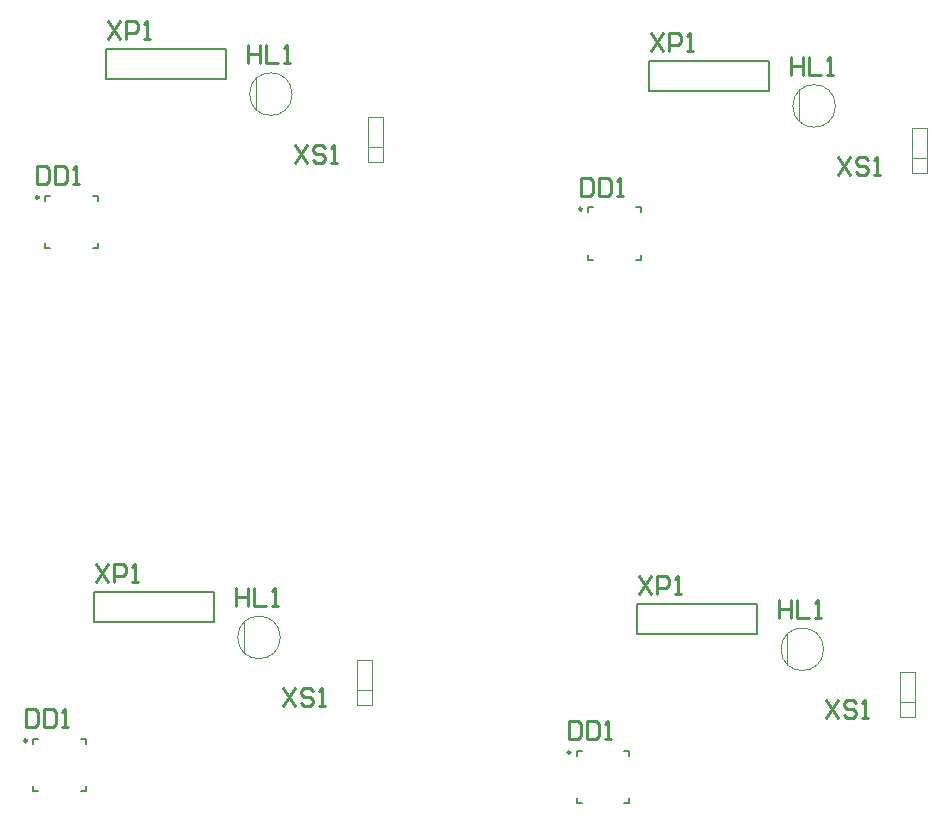
<source format=gto>
G04*
G04 #@! TF.GenerationSoftware,Altium Limited,Altium Designer,22.4.2 (48)*
G04*
G04 Layer_Color=65535*
%FSLAX25Y25*%
%MOIN*%
G70*
G04*
G04 #@! TF.SameCoordinates,26249B9F-D8ED-40E7-B964-7C6F937C0492*
G04*
G04*
G04 #@! TF.FilePolarity,Positive*
G04*
G01*
G75*
%ADD22C,0.00394*%
%ADD23C,0.00984*%
%ADD24C,0.00787*%
%ADD25C,0.01000*%
D22*
X305866Y290591D02*
G03*
X305866Y290591I-7087J0D01*
G01*
X336280Y268091D02*
Y273091D01*
X331279D02*
X336280D01*
X331279Y268091D02*
X336280D01*
X331279D02*
Y283090D01*
X336280Y271590D02*
Y278091D01*
Y283090D01*
X331279D02*
X336280D01*
X293779Y285591D02*
Y295590D01*
X124764Y294528D02*
G03*
X124764Y294528I-7087J0D01*
G01*
X155177Y272028D02*
Y277028D01*
X150177D02*
X155177D01*
X150177Y272028D02*
X155177D01*
X150177D02*
Y287028D01*
X155177Y275528D02*
Y282028D01*
Y287028D01*
X150177D02*
X155177D01*
X112677Y289528D02*
Y299528D01*
X301929Y109488D02*
G03*
X301929Y109488I-7087J0D01*
G01*
X332343Y86988D02*
Y91988D01*
X327343D02*
X332343D01*
X327343Y86988D02*
X332343D01*
X327343D02*
Y101988D01*
X332343Y90488D02*
Y96988D01*
Y101988D01*
X327343D02*
X332343D01*
X289843Y104488D02*
Y114488D01*
X120827Y113425D02*
G03*
X120827Y113425I-7087J0D01*
G01*
X151240Y90925D02*
Y95925D01*
X146240D02*
X151240D01*
X146240Y90925D02*
X151240D01*
X146240D02*
Y105925D01*
X151240Y94425D02*
Y100925D01*
Y105925D01*
X146240D02*
X151240D01*
X108740Y108425D02*
Y118425D01*
D23*
X221457Y256201D02*
G03*
X221457Y256201I-492J0D01*
G01*
X40354Y260138D02*
G03*
X40354Y260138I-492J0D01*
G01*
X217520Y75098D02*
G03*
X217520Y75098I-492J0D01*
G01*
X36417Y79035D02*
G03*
X36417Y79035I-492J0D01*
G01*
D24*
X283780Y295590D02*
Y305591D01*
X243779Y295590D02*
X283780D01*
X243779Y305591D02*
X283780D01*
X243779Y295590D02*
Y305591D01*
X241043Y255118D02*
Y256791D01*
X239370D02*
X241043D01*
X239370Y239272D02*
X241043D01*
Y240945D01*
X223524Y239272D02*
Y240945D01*
Y239272D02*
X225197D01*
X223524Y255118D02*
Y256791D01*
X225197D01*
X102677Y299528D02*
Y309528D01*
X62677Y299528D02*
X102677D01*
X62677Y309528D02*
X102677D01*
X62677Y299528D02*
Y309528D01*
X59941Y259055D02*
Y260728D01*
X58268D02*
X59941D01*
X58268Y243209D02*
X59941D01*
Y244882D01*
X42421Y243209D02*
Y244882D01*
Y243209D02*
X44094D01*
X42421Y259055D02*
Y260728D01*
X44094D01*
X279842Y114488D02*
Y124488D01*
X239843Y114488D02*
X279842D01*
X239843Y124488D02*
X279842D01*
X239843Y114488D02*
Y124488D01*
X237106Y74016D02*
Y75689D01*
X235433D02*
X237106D01*
X235433Y58169D02*
X237106D01*
Y59842D01*
X219587Y58169D02*
Y59842D01*
Y58169D02*
X221260D01*
X219587Y74016D02*
Y75689D01*
X221260D01*
X98740Y118425D02*
Y128425D01*
X58740Y118425D02*
X98740D01*
X58740Y128425D02*
X98740D01*
X58740Y118425D02*
Y128425D01*
X56004Y77953D02*
Y79626D01*
X54331D02*
X56004D01*
X54331Y62106D02*
X56004D01*
Y63779D01*
X38484Y62106D02*
Y63779D01*
Y62106D02*
X40157D01*
X38484Y77953D02*
Y79626D01*
X40157D01*
D25*
X306782Y273590D02*
X310781Y267592D01*
Y273590D02*
X306782Y267592D01*
X316779Y272590D02*
X315779Y273590D01*
X313779D01*
X312780Y272590D01*
Y271590D01*
X313779Y270590D01*
X315779D01*
X316779Y269591D01*
Y268591D01*
X315779Y267592D01*
X313779D01*
X312780Y268591D01*
X318778Y267592D02*
X320777D01*
X319778D01*
Y273590D01*
X318778Y272590D01*
X244349Y315013D02*
X248347Y309015D01*
Y315013D02*
X244349Y309015D01*
X250347D02*
Y315013D01*
X253346D01*
X254346Y314013D01*
Y312014D01*
X253346Y311014D01*
X250347D01*
X256345Y309015D02*
X258344D01*
X257345D01*
Y315013D01*
X256345Y314013D01*
X291049Y306913D02*
Y300915D01*
Y303914D01*
X295047D01*
Y306913D01*
Y300915D01*
X297047Y306913D02*
Y300915D01*
X301046D01*
X303045D02*
X305044D01*
X304045D01*
Y306913D01*
X303045Y305913D01*
X220949Y266713D02*
Y260715D01*
X223948D01*
X224948Y261715D01*
Y265713D01*
X223948Y266713D01*
X220949D01*
X226947D02*
Y260715D01*
X229946D01*
X230946Y261715D01*
Y265713D01*
X229946Y266713D01*
X226947D01*
X232945Y260715D02*
X234944D01*
X233945D01*
Y266713D01*
X232945Y265713D01*
X125679Y277527D02*
X129678Y271529D01*
Y277527D02*
X125679Y271529D01*
X135676Y276527D02*
X134677Y277527D01*
X132677D01*
X131677Y276527D01*
Y275527D01*
X132677Y274528D01*
X134677D01*
X135676Y273528D01*
Y272528D01*
X134677Y271529D01*
X132677D01*
X131677Y272528D01*
X137676Y271529D02*
X139675D01*
X138675D01*
Y277527D01*
X137676Y276527D01*
X63247Y318950D02*
X67245Y312952D01*
Y318950D02*
X63247Y312952D01*
X69244D02*
Y318950D01*
X72244D01*
X73243Y317950D01*
Y315951D01*
X72244Y314951D01*
X69244D01*
X75243Y312952D02*
X77242D01*
X76242D01*
Y318950D01*
X75243Y317950D01*
X109947Y310850D02*
Y304852D01*
Y307851D01*
X113945D01*
Y310850D01*
Y304852D01*
X115945Y310850D02*
Y304852D01*
X119943D01*
X121943D02*
X123942D01*
X122942D01*
Y310850D01*
X121943Y309850D01*
X39847Y270650D02*
Y264652D01*
X42845D01*
X43845Y265652D01*
Y269650D01*
X42845Y270650D01*
X39847D01*
X45845D02*
Y264652D01*
X48844D01*
X49843Y265652D01*
Y269650D01*
X48844Y270650D01*
X45845D01*
X51843Y264652D02*
X53842D01*
X52842D01*
Y270650D01*
X51843Y269650D01*
X302845Y92487D02*
X306843Y86489D01*
Y92487D02*
X302845Y86489D01*
X312842Y91487D02*
X311842Y92487D01*
X309842D01*
X308843Y91487D01*
Y90488D01*
X309842Y89488D01*
X311842D01*
X312842Y88489D01*
Y87489D01*
X311842Y86489D01*
X309842D01*
X308843Y87489D01*
X314841Y86489D02*
X316840D01*
X315841D01*
Y92487D01*
X314841Y91487D01*
X240412Y133911D02*
X244410Y127913D01*
Y133911D02*
X240412Y127913D01*
X246410D02*
Y133911D01*
X249409D01*
X250409Y132911D01*
Y130912D01*
X249409Y129912D01*
X246410D01*
X252408Y127913D02*
X254407D01*
X253408D01*
Y133911D01*
X252408Y132911D01*
X287112Y125811D02*
Y119813D01*
Y122812D01*
X291110D01*
Y125811D01*
Y119813D01*
X293110Y125811D02*
Y119813D01*
X297109D01*
X299108D02*
X301107D01*
X300108D01*
Y125811D01*
X299108Y124811D01*
X217012Y85611D02*
Y79613D01*
X220011D01*
X221010Y80612D01*
Y84611D01*
X220011Y85611D01*
X217012D01*
X223010D02*
Y79613D01*
X226009D01*
X227009Y80612D01*
Y84611D01*
X226009Y85611D01*
X223010D01*
X229008Y79613D02*
X231007D01*
X230008D01*
Y85611D01*
X229008Y84611D01*
X121742Y96424D02*
X125741Y90426D01*
Y96424D02*
X121742Y90426D01*
X131739Y95424D02*
X130739Y96424D01*
X128740D01*
X127741Y95424D01*
Y94425D01*
X128740Y93425D01*
X130739D01*
X131739Y92426D01*
Y91426D01*
X130739Y90426D01*
X128740D01*
X127741Y91426D01*
X133739Y90426D02*
X135738D01*
X134738D01*
Y96424D01*
X133739Y95424D01*
X59310Y137848D02*
X63308Y131850D01*
Y137848D02*
X59310Y131850D01*
X65307D02*
Y137848D01*
X68306D01*
X69306Y136848D01*
Y134849D01*
X68306Y133849D01*
X65307D01*
X71306Y131850D02*
X73305D01*
X72305D01*
Y137848D01*
X71306Y136848D01*
X106009Y129748D02*
Y123750D01*
Y126749D01*
X110008D01*
Y129748D01*
Y123750D01*
X112007Y129748D02*
Y123750D01*
X116006D01*
X118006D02*
X120005D01*
X119005D01*
Y129748D01*
X118006Y128748D01*
X35909Y89548D02*
Y83550D01*
X38908D01*
X39908Y84549D01*
Y88548D01*
X38908Y89548D01*
X35909D01*
X41908D02*
Y83550D01*
X44906D01*
X45906Y84549D01*
Y88548D01*
X44906Y89548D01*
X41908D01*
X47906Y83550D02*
X49905D01*
X48905D01*
Y89548D01*
X47906Y88548D01*
M02*

</source>
